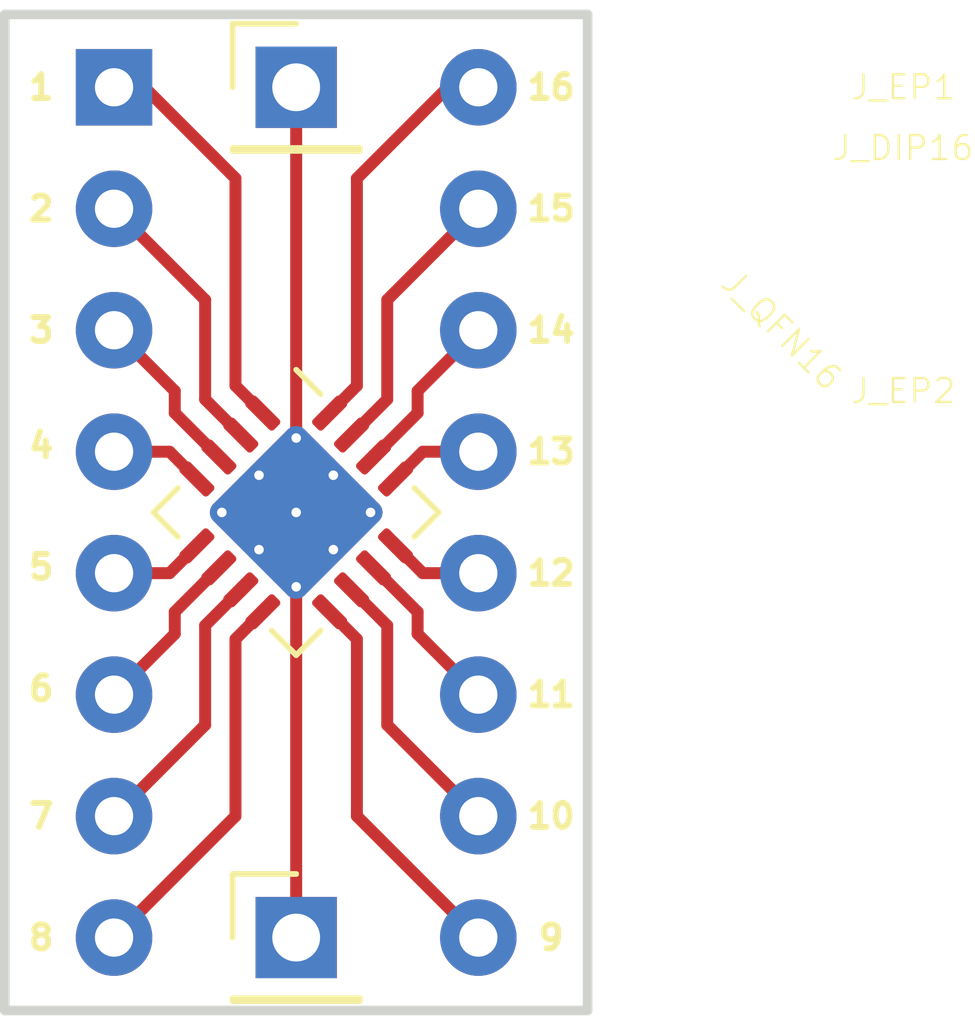
<source format=kicad_pcb>
(kicad_pcb (version 20171130) (host pcbnew "(5.0.0-3-g5ebb6b6)")

  (general
    (thickness 1.6)
    (drawings 20)
    (tracks 48)
    (zones 0)
    (modules 4)
    (nets 18)
  )

  (page A4)
  (layers
    (0 F.Cu signal)
    (31 B.Cu signal)
    (32 B.Adhes user)
    (33 F.Adhes user)
    (34 B.Paste user)
    (35 F.Paste user)
    (36 B.SilkS user)
    (37 F.SilkS user)
    (38 B.Mask user)
    (39 F.Mask user)
    (40 Dwgs.User user)
    (41 Cmts.User user)
    (42 Eco1.User user)
    (43 Eco2.User user)
    (44 Edge.Cuts user)
    (45 Margin user)
    (46 B.CrtYd user hide)
    (47 F.CrtYd user hide)
    (48 B.Fab user hide)
    (49 F.Fab user hide)
  )

  (setup
    (last_trace_width 0.5)
    (user_trace_width 0.5)
    (user_trace_width 0.75)
    (user_trace_width 1)
    (trace_clearance 0.2)
    (zone_clearance 0.508)
    (zone_45_only no)
    (trace_min 0.2)
    (segment_width 0.2)
    (edge_width 0.15)
    (via_size 0.8)
    (via_drill 0.4)
    (via_min_size 0.4)
    (via_min_drill 0.3)
    (uvia_size 0.3)
    (uvia_drill 0.1)
    (uvias_allowed no)
    (uvia_min_size 0.2)
    (uvia_min_drill 0.1)
    (pcb_text_width 0.3)
    (pcb_text_size 1.5 1.5)
    (mod_edge_width 0.15)
    (mod_text_size 0.5 0.5)
    (mod_text_width 0.05)
    (pad_size 1.524 1.524)
    (pad_drill 0.762)
    (pad_to_mask_clearance 0.2)
    (aux_axis_origin 0 0)
    (visible_elements FFFFFF7F)
    (pcbplotparams
      (layerselection 0x010fc_ffffffff)
      (usegerberextensions false)
      (usegerberattributes false)
      (usegerberadvancedattributes false)
      (creategerberjobfile false)
      (excludeedgelayer true)
      (linewidth 0.100000)
      (plotframeref false)
      (viasonmask false)
      (mode 1)
      (useauxorigin false)
      (hpglpennumber 1)
      (hpglpenspeed 20)
      (hpglpendiameter 15.000000)
      (psnegative false)
      (psa4output false)
      (plotreference true)
      (plotvalue true)
      (plotinvisibletext false)
      (padsonsilk false)
      (subtractmaskfromsilk false)
      (outputformat 1)
      (mirror false)
      (drillshape 0)
      (scaleselection 1)
      (outputdirectory "gerbers/"))
  )

  (net 0 "")
  (net 1 "Net-(J_DIP16-Pad1)")
  (net 2 "Net-(J_DIP16-Pad9)")
  (net 3 "Net-(J_DIP16-Pad2)")
  (net 4 "Net-(J_DIP16-Pad10)")
  (net 5 "Net-(J_DIP16-Pad3)")
  (net 6 "Net-(J_DIP16-Pad11)")
  (net 7 "Net-(J_DIP16-Pad4)")
  (net 8 "Net-(J_DIP16-Pad12)")
  (net 9 "Net-(J_DIP16-Pad5)")
  (net 10 "Net-(J_DIP16-Pad13)")
  (net 11 "Net-(J_DIP16-Pad6)")
  (net 12 "Net-(J_DIP16-Pad14)")
  (net 13 "Net-(J_DIP16-Pad7)")
  (net 14 "Net-(J_DIP16-Pad15)")
  (net 15 "Net-(J_DIP16-Pad8)")
  (net 16 "Net-(J_DIP16-Pad16)")
  (net 17 "Net-(J_EP1-Pad1)")

  (net_class Default "This is the default net class."
    (clearance 0.2)
    (trace_width 0.25)
    (via_dia 0.8)
    (via_drill 0.4)
    (uvia_dia 0.3)
    (uvia_drill 0.1)
    (add_net "Net-(J_DIP16-Pad1)")
    (add_net "Net-(J_DIP16-Pad10)")
    (add_net "Net-(J_DIP16-Pad11)")
    (add_net "Net-(J_DIP16-Pad12)")
    (add_net "Net-(J_DIP16-Pad13)")
    (add_net "Net-(J_DIP16-Pad14)")
    (add_net "Net-(J_DIP16-Pad15)")
    (add_net "Net-(J_DIP16-Pad16)")
    (add_net "Net-(J_DIP16-Pad2)")
    (add_net "Net-(J_DIP16-Pad3)")
    (add_net "Net-(J_DIP16-Pad4)")
    (add_net "Net-(J_DIP16-Pad5)")
    (add_net "Net-(J_DIP16-Pad6)")
    (add_net "Net-(J_DIP16-Pad7)")
    (add_net "Net-(J_DIP16-Pad8)")
    (add_net "Net-(J_DIP16-Pad9)")
    (add_net "Net-(J_EP1-Pad1)")
  )

  (module custom:DIP-16_W7.62mm_Socket (layer F.Cu) (tedit 5C8024F9) (tstamp 5C9EEB58)
    (at 134.62 55.88)
    (descr "16-lead though-hole mounted DIP package, row spacing 7.62 mm (300 mils), Socket")
    (tags "THT DIP DIL PDIP 2.54mm 7.62mm 300mil Socket")
    (path /5C8461D0)
    (fp_text reference J_DIP16 (at 16.51 1.27) (layer F.SilkS)
      (effects (font (size 0.5 0.5) (thickness 0.05)))
    )
    (fp_text value Conn_01x16 (at 17.78 8.89) (layer F.Fab)
      (effects (font (size 0.5 0.5) (thickness 0.05)))
    )
    (fp_line (start 1.635 -1.27) (end 6.985 -1.27) (layer F.Fab) (width 0.1))
    (fp_line (start 6.985 -1.27) (end 6.985 19.05) (layer F.Fab) (width 0.1))
    (fp_line (start 6.985 19.05) (end 0.635 19.05) (layer F.Fab) (width 0.1))
    (fp_line (start 0.635 19.05) (end 0.635 -0.27) (layer F.Fab) (width 0.1))
    (fp_line (start 0.635 -0.27) (end 1.635 -1.27) (layer F.Fab) (width 0.1))
    (fp_line (start -1.27 -1.33) (end -1.27 19.11) (layer F.Fab) (width 0.1))
    (fp_line (start -1.27 19.11) (end 8.89 19.11) (layer F.Fab) (width 0.1))
    (fp_line (start 8.89 19.11) (end 8.89 -1.33) (layer F.Fab) (width 0.1))
    (fp_line (start 8.89 -1.33) (end -1.27 -1.33) (layer F.Fab) (width 0.1))
    (fp_line (start -1.55 -1.6) (end -1.55 19.4) (layer F.CrtYd) (width 0.05))
    (fp_line (start -1.55 19.4) (end 9.15 19.4) (layer F.CrtYd) (width 0.05))
    (fp_line (start 9.15 19.4) (end 9.15 -1.6) (layer F.CrtYd) (width 0.05))
    (fp_line (start 9.15 -1.6) (end -1.55 -1.6) (layer F.CrtYd) (width 0.05))
    (fp_text user %R (at 3.81 8.89) (layer F.Fab)
      (effects (font (size 0.5 0.5) (thickness 0.05)))
    )
    (pad 1 thru_hole rect (at 0 0) (size 1.6 1.6) (drill 0.8) (layers *.Cu *.Mask)
      (net 1 "Net-(J_DIP16-Pad1)"))
    (pad 9 thru_hole oval (at 7.62 17.78) (size 1.6 1.6) (drill 0.8) (layers *.Cu *.Mask)
      (net 2 "Net-(J_DIP16-Pad9)"))
    (pad 2 thru_hole oval (at 0 2.54) (size 1.6 1.6) (drill 0.8) (layers *.Cu *.Mask)
      (net 3 "Net-(J_DIP16-Pad2)"))
    (pad 10 thru_hole oval (at 7.62 15.24) (size 1.6 1.6) (drill 0.8) (layers *.Cu *.Mask)
      (net 4 "Net-(J_DIP16-Pad10)"))
    (pad 3 thru_hole oval (at 0 5.08) (size 1.6 1.6) (drill 0.8) (layers *.Cu *.Mask)
      (net 5 "Net-(J_DIP16-Pad3)"))
    (pad 11 thru_hole oval (at 7.62 12.7) (size 1.6 1.6) (drill 0.8) (layers *.Cu *.Mask)
      (net 6 "Net-(J_DIP16-Pad11)"))
    (pad 4 thru_hole oval (at 0 7.62) (size 1.6 1.6) (drill 0.8) (layers *.Cu *.Mask)
      (net 7 "Net-(J_DIP16-Pad4)"))
    (pad 12 thru_hole oval (at 7.62 10.16) (size 1.6 1.6) (drill 0.8) (layers *.Cu *.Mask)
      (net 8 "Net-(J_DIP16-Pad12)"))
    (pad 5 thru_hole oval (at 0 10.16) (size 1.6 1.6) (drill 0.8) (layers *.Cu *.Mask)
      (net 9 "Net-(J_DIP16-Pad5)"))
    (pad 13 thru_hole oval (at 7.62 7.62) (size 1.6 1.6) (drill 0.8) (layers *.Cu *.Mask)
      (net 10 "Net-(J_DIP16-Pad13)"))
    (pad 6 thru_hole oval (at 0 12.7) (size 1.6 1.6) (drill 0.8) (layers *.Cu *.Mask)
      (net 11 "Net-(J_DIP16-Pad6)"))
    (pad 14 thru_hole oval (at 7.62 5.08) (size 1.6 1.6) (drill 0.8) (layers *.Cu *.Mask)
      (net 12 "Net-(J_DIP16-Pad14)"))
    (pad 7 thru_hole oval (at 0 15.24) (size 1.6 1.6) (drill 0.8) (layers *.Cu *.Mask)
      (net 13 "Net-(J_DIP16-Pad7)"))
    (pad 15 thru_hole oval (at 7.62 2.54) (size 1.6 1.6) (drill 0.8) (layers *.Cu *.Mask)
      (net 14 "Net-(J_DIP16-Pad15)"))
    (pad 8 thru_hole oval (at 0 17.78) (size 1.6 1.6) (drill 0.8) (layers *.Cu *.Mask)
      (net 15 "Net-(J_DIP16-Pad8)"))
    (pad 16 thru_hole oval (at 7.62 0) (size 1.6 1.6) (drill 0.8) (layers *.Cu *.Mask)
      (net 16 "Net-(J_DIP16-Pad16)"))
  )

  (module Connector_PinHeader_2.54mm:PinHeader_1x01_P2.54mm_Vertical (layer F.Cu) (tedit 59FED5CC) (tstamp 5C9EF1CD)
    (at 138.43 55.88)
    (descr "Through hole straight pin header, 1x01, 2.54mm pitch, single row")
    (tags "Through hole pin header THT 1x01 2.54mm single row")
    (path /5C848C61)
    (fp_text reference J_EP1 (at 12.7 0) (layer F.SilkS)
      (effects (font (size 0.5 0.5) (thickness 0.05)))
    )
    (fp_text value Conn_01x01 (at 12.7 3.81) (layer F.Fab)
      (effects (font (size 0.5 0.5) (thickness 0.05)))
    )
    (fp_line (start -0.635 -1.27) (end 1.27 -1.27) (layer F.Fab) (width 0.1))
    (fp_line (start 1.27 -1.27) (end 1.27 1.27) (layer F.Fab) (width 0.1))
    (fp_line (start 1.27 1.27) (end -1.27 1.27) (layer F.Fab) (width 0.1))
    (fp_line (start -1.27 1.27) (end -1.27 -0.635) (layer F.Fab) (width 0.1))
    (fp_line (start -1.27 -0.635) (end -0.635 -1.27) (layer F.Fab) (width 0.1))
    (fp_line (start -1.33 1.33) (end 1.33 1.33) (layer F.SilkS) (width 0.12))
    (fp_line (start -1.33 1.27) (end -1.33 1.33) (layer F.SilkS) (width 0.12))
    (fp_line (start 1.33 1.27) (end 1.33 1.33) (layer F.SilkS) (width 0.12))
    (fp_line (start -1.33 1.27) (end 1.33 1.27) (layer F.SilkS) (width 0.12))
    (fp_line (start -1.33 0) (end -1.33 -1.33) (layer F.SilkS) (width 0.12))
    (fp_line (start -1.33 -1.33) (end 0 -1.33) (layer F.SilkS) (width 0.12))
    (fp_line (start -1.8 -1.8) (end -1.8 1.8) (layer F.CrtYd) (width 0.05))
    (fp_line (start -1.8 1.8) (end 1.8 1.8) (layer F.CrtYd) (width 0.05))
    (fp_line (start 1.8 1.8) (end 1.8 -1.8) (layer F.CrtYd) (width 0.05))
    (fp_line (start 1.8 -1.8) (end -1.8 -1.8) (layer F.CrtYd) (width 0.05))
    (fp_text user %R (at 0 0 90) (layer F.Fab)
      (effects (font (size 0.5 0.5) (thickness 0.05)))
    )
    (pad 1 thru_hole rect (at 0 0) (size 1.7 1.7) (drill 1) (layers *.Cu *.Mask)
      (net 17 "Net-(J_EP1-Pad1)"))
    (model ${KISYS3DMOD}/Connector_PinHeader_2.54mm.3dshapes/PinHeader_1x01_P2.54mm_Vertical.wrl
      (at (xyz 0 0 0))
      (scale (xyz 1 1 1))
      (rotate (xyz 0 0 0))
    )
  )

  (module Connector_PinHeader_2.54mm:PinHeader_1x01_P2.54mm_Vertical (layer F.Cu) (tedit 59FED5CC) (tstamp 5C9EEB82)
    (at 138.43 73.66)
    (descr "Through hole straight pin header, 1x01, 2.54mm pitch, single row")
    (tags "Through hole pin header THT 1x01 2.54mm single row")
    (path /5C848D15)
    (fp_text reference J_EP2 (at 12.7 -11.43) (layer F.SilkS)
      (effects (font (size 0.5 0.5) (thickness 0.05)))
    )
    (fp_text value Conn_01x01 (at 13.97 -10.16) (layer F.Fab)
      (effects (font (size 0.5 0.5) (thickness 0.05)))
    )
    (fp_text user %R (at 0 0 90) (layer F.Fab)
      (effects (font (size 0.5 0.5) (thickness 0.05)))
    )
    (fp_line (start 1.8 -1.8) (end -1.8 -1.8) (layer F.CrtYd) (width 0.05))
    (fp_line (start 1.8 1.8) (end 1.8 -1.8) (layer F.CrtYd) (width 0.05))
    (fp_line (start -1.8 1.8) (end 1.8 1.8) (layer F.CrtYd) (width 0.05))
    (fp_line (start -1.8 -1.8) (end -1.8 1.8) (layer F.CrtYd) (width 0.05))
    (fp_line (start -1.33 -1.33) (end 0 -1.33) (layer F.SilkS) (width 0.12))
    (fp_line (start -1.33 0) (end -1.33 -1.33) (layer F.SilkS) (width 0.12))
    (fp_line (start -1.33 1.27) (end 1.33 1.27) (layer F.SilkS) (width 0.12))
    (fp_line (start 1.33 1.27) (end 1.33 1.33) (layer F.SilkS) (width 0.12))
    (fp_line (start -1.33 1.27) (end -1.33 1.33) (layer F.SilkS) (width 0.12))
    (fp_line (start -1.33 1.33) (end 1.33 1.33) (layer F.SilkS) (width 0.12))
    (fp_line (start -1.27 -0.635) (end -0.635 -1.27) (layer F.Fab) (width 0.1))
    (fp_line (start -1.27 1.27) (end -1.27 -0.635) (layer F.Fab) (width 0.1))
    (fp_line (start 1.27 1.27) (end -1.27 1.27) (layer F.Fab) (width 0.1))
    (fp_line (start 1.27 -1.27) (end 1.27 1.27) (layer F.Fab) (width 0.1))
    (fp_line (start -0.635 -1.27) (end 1.27 -1.27) (layer F.Fab) (width 0.1))
    (pad 1 thru_hole rect (at 0 0) (size 1.7 1.7) (drill 1) (layers *.Cu *.Mask)
      (net 17 "Net-(J_EP1-Pad1)"))
    (model ${KISYS3DMOD}/Connector_PinHeader_2.54mm.3dshapes/PinHeader_1x01_P2.54mm_Vertical.wrl
      (at (xyz 0 0 0))
      (scale (xyz 1 1 1))
      (rotate (xyz 0 0 0))
    )
  )

  (module Package_DFN_QFN:QFN-16-1EP_4x4mm_P0.65mm_EP2.7x2.7mm_ThermalVias (layer F.Cu) (tedit 5B32DAA0) (tstamp 5C9EF8F4)
    (at 138.43 64.77 315)
    (descr "QFN, 16 Pin (https://www.allegromicro.com/~/media/Files/Datasheets/A4403-Datasheet.ashx), generated with kicad-footprint-generator ipc_dfn_qfn_generator.py")
    (tags "QFN DFN_QFN")
    (path /5C847F21)
    (attr smd)
    (fp_text reference J_QFN16 (at 4.490128 -9.878282 315) (layer F.SilkS)
      (effects (font (size 0.5 0.5) (thickness 0.05)))
    )
    (fp_text value Conn_01x17 (at 6.286179 -8.082231 315) (layer F.Fab)
      (effects (font (size 0.5 0.5) (thickness 0.05)))
    )
    (fp_line (start 1.385 -2.11) (end 2.11 -2.11) (layer F.SilkS) (width 0.12))
    (fp_line (start 2.11 -2.11) (end 2.11 -1.385) (layer F.SilkS) (width 0.12))
    (fp_line (start -1.385 2.11) (end -2.11 2.11) (layer F.SilkS) (width 0.12))
    (fp_line (start -2.11 2.11) (end -2.11 1.385) (layer F.SilkS) (width 0.12))
    (fp_line (start 1.385 2.11) (end 2.11 2.11) (layer F.SilkS) (width 0.12))
    (fp_line (start 2.11 2.11) (end 2.11 1.385) (layer F.SilkS) (width 0.12))
    (fp_line (start -1.385 -2.11) (end -2.11 -2.11) (layer F.SilkS) (width 0.12))
    (fp_line (start -1 -2) (end 2 -2) (layer F.Fab) (width 0.1))
    (fp_line (start 2 -2) (end 2 2) (layer F.Fab) (width 0.1))
    (fp_line (start 2 2) (end -2 2) (layer F.Fab) (width 0.1))
    (fp_line (start -2 2) (end -2 -1) (layer F.Fab) (width 0.1))
    (fp_line (start -2 -1) (end -1 -2) (layer F.Fab) (width 0.1))
    (fp_line (start -2.62 -2.62) (end -2.62 2.62) (layer F.CrtYd) (width 0.05))
    (fp_line (start -2.62 2.62) (end 2.62 2.62) (layer F.CrtYd) (width 0.05))
    (fp_line (start 2.62 2.62) (end 2.62 -2.62) (layer F.CrtYd) (width 0.05))
    (fp_line (start 2.62 -2.62) (end -2.62 -2.62) (layer F.CrtYd) (width 0.05))
    (fp_text user %R (at 0 0 315) (layer F.Fab)
      (effects (font (size 0.5 0.5) (thickness 0.05)))
    )
    (pad 17 smd roundrect (at 0 0 315) (size 2.7 2.7) (layers F.Cu F.Mask) (roundrect_rratio 0.09259299999999999)
      (net 17 "Net-(J_EP1-Pad1)"))
    (pad 17 thru_hole circle (at -1.1 -1.1 315) (size 0.5 0.5) (drill 0.2) (layers *.Cu)
      (net 17 "Net-(J_EP1-Pad1)"))
    (pad 17 thru_hole circle (at 0 -1.1 315) (size 0.5 0.5) (drill 0.2) (layers *.Cu)
      (net 17 "Net-(J_EP1-Pad1)"))
    (pad 17 thru_hole circle (at 1.1 -1.1 315) (size 0.5 0.5) (drill 0.2) (layers *.Cu)
      (net 17 "Net-(J_EP1-Pad1)"))
    (pad 17 thru_hole circle (at -1.1 0 315) (size 0.5 0.5) (drill 0.2) (layers *.Cu)
      (net 17 "Net-(J_EP1-Pad1)"))
    (pad 17 thru_hole circle (at 0 0 315) (size 0.5 0.5) (drill 0.2) (layers *.Cu)
      (net 17 "Net-(J_EP1-Pad1)"))
    (pad 17 thru_hole circle (at 1.1 0 315) (size 0.5 0.5) (drill 0.2) (layers *.Cu)
      (net 17 "Net-(J_EP1-Pad1)"))
    (pad 17 thru_hole circle (at -1.1 1.1 315) (size 0.5 0.5) (drill 0.2) (layers *.Cu)
      (net 17 "Net-(J_EP1-Pad1)"))
    (pad 17 thru_hole circle (at 0 1.1 315) (size 0.5 0.5) (drill 0.2) (layers *.Cu)
      (net 17 "Net-(J_EP1-Pad1)"))
    (pad 17 thru_hole circle (at 1.1 1.1 315) (size 0.5 0.5) (drill 0.2) (layers *.Cu)
      (net 17 "Net-(J_EP1-Pad1)"))
    (pad 17 smd roundrect (at 0 0 315) (size 2.7 2.7) (layers B.Cu) (roundrect_rratio 0.09259299999999999)
      (net 17 "Net-(J_EP1-Pad1)"))
    (pad "" smd roundrect (at -0.675 -0.675 315) (size 1.17 1.17) (layers F.Paste) (roundrect_rratio 0.213675))
    (pad "" smd roundrect (at -0.675 0.675 315) (size 1.17 1.17) (layers F.Paste) (roundrect_rratio 0.213675))
    (pad "" smd roundrect (at 0.675 -0.675 315) (size 1.17 1.17) (layers F.Paste) (roundrect_rratio 0.213675))
    (pad "" smd roundrect (at 0.675 0.675 315) (size 1.17 1.17) (layers F.Paste) (roundrect_rratio 0.213675))
    (pad 1 smd roundrect (at -1.9625 -0.975 315) (size 0.825 0.3) (layers F.Cu F.Paste F.Mask) (roundrect_rratio 0.25)
      (net 1 "Net-(J_DIP16-Pad1)"))
    (pad 2 smd roundrect (at -1.9625 -0.325 315) (size 0.825 0.3) (layers F.Cu F.Paste F.Mask) (roundrect_rratio 0.25)
      (net 3 "Net-(J_DIP16-Pad2)"))
    (pad 3 smd roundrect (at -1.9625 0.325 315) (size 0.825 0.3) (layers F.Cu F.Paste F.Mask) (roundrect_rratio 0.25)
      (net 5 "Net-(J_DIP16-Pad3)"))
    (pad 4 smd roundrect (at -1.9625 0.975 315) (size 0.825 0.3) (layers F.Cu F.Paste F.Mask) (roundrect_rratio 0.25)
      (net 7 "Net-(J_DIP16-Pad4)"))
    (pad 5 smd roundrect (at -0.975 1.9625 315) (size 0.3 0.825) (layers F.Cu F.Paste F.Mask) (roundrect_rratio 0.25)
      (net 9 "Net-(J_DIP16-Pad5)"))
    (pad 6 smd roundrect (at -0.325 1.9625 315) (size 0.3 0.825) (layers F.Cu F.Paste F.Mask) (roundrect_rratio 0.25)
      (net 11 "Net-(J_DIP16-Pad6)"))
    (pad 7 smd roundrect (at 0.325 1.9625 315) (size 0.3 0.825) (layers F.Cu F.Paste F.Mask) (roundrect_rratio 0.25)
      (net 13 "Net-(J_DIP16-Pad7)"))
    (pad 8 smd roundrect (at 0.975 1.9625 315) (size 0.3 0.825) (layers F.Cu F.Paste F.Mask) (roundrect_rratio 0.25)
      (net 15 "Net-(J_DIP16-Pad8)"))
    (pad 9 smd roundrect (at 1.9625 0.975 315) (size 0.825 0.3) (layers F.Cu F.Paste F.Mask) (roundrect_rratio 0.25)
      (net 2 "Net-(J_DIP16-Pad9)"))
    (pad 10 smd roundrect (at 1.9625 0.325 315) (size 0.825 0.3) (layers F.Cu F.Paste F.Mask) (roundrect_rratio 0.25)
      (net 4 "Net-(J_DIP16-Pad10)"))
    (pad 11 smd roundrect (at 1.9625 -0.325 315) (size 0.825 0.3) (layers F.Cu F.Paste F.Mask) (roundrect_rratio 0.25)
      (net 6 "Net-(J_DIP16-Pad11)"))
    (pad 12 smd roundrect (at 1.9625 -0.975 315) (size 0.825 0.3) (layers F.Cu F.Paste F.Mask) (roundrect_rratio 0.25)
      (net 8 "Net-(J_DIP16-Pad12)"))
    (pad 13 smd roundrect (at 0.975 -1.9625 315) (size 0.3 0.825) (layers F.Cu F.Paste F.Mask) (roundrect_rratio 0.25)
      (net 10 "Net-(J_DIP16-Pad13)"))
    (pad 14 smd roundrect (at 0.325 -1.9625 315) (size 0.3 0.825) (layers F.Cu F.Paste F.Mask) (roundrect_rratio 0.25)
      (net 12 "Net-(J_DIP16-Pad14)"))
    (pad 15 smd roundrect (at -0.325 -1.9625 315) (size 0.3 0.825) (layers F.Cu F.Paste F.Mask) (roundrect_rratio 0.25)
      (net 14 "Net-(J_DIP16-Pad15)"))
    (pad 16 smd roundrect (at -0.975 -1.9625 315) (size 0.3 0.825) (layers F.Cu F.Paste F.Mask) (roundrect_rratio 0.25)
      (net 16 "Net-(J_DIP16-Pad16)"))
    (model ${KISYS3DMOD}/Package_DFN_QFN.3dshapes/QFN-16-1EP_4x4mm_P0.65mm_EP2.7x2.7mm.wrl
      (at (xyz 0 0 0))
      (scale (xyz 1 1 1))
      (rotate (xyz 0 0 0))
    )
  )

  (gr_text 16 (at 143.764 55.88) (layer F.SilkS) (tstamp 5C9F0AE5)
    (effects (font (size 0.5 0.5) (thickness 0.125)))
  )
  (gr_text 15 (at 143.764 58.42) (layer F.SilkS) (tstamp 5C9F0AE1)
    (effects (font (size 0.5 0.5) (thickness 0.125)))
  )
  (gr_text 14 (at 143.764 60.96) (layer F.SilkS) (tstamp 5C9F0ADD)
    (effects (font (size 0.5 0.5) (thickness 0.125)))
  )
  (gr_text 13 (at 143.764 63.5) (layer F.SilkS) (tstamp 5C9F0AD9)
    (effects (font (size 0.5 0.5) (thickness 0.125)))
  )
  (gr_text 12 (at 143.764 66.04) (layer F.SilkS) (tstamp 5C9F0A77)
    (effects (font (size 0.5 0.5) (thickness 0.125)))
  )
  (gr_text 11 (at 143.764 68.58) (layer F.SilkS) (tstamp 5C9F0A73)
    (effects (font (size 0.5 0.5) (thickness 0.125)))
  )
  (gr_text 10 (at 143.764 71.12) (layer F.SilkS) (tstamp 5C9F0A6F)
    (effects (font (size 0.5 0.5) (thickness 0.125)))
  )
  (gr_text 9 (at 143.764 73.66) (layer F.SilkS) (tstamp 5C9F0A6B)
    (effects (font (size 0.5 0.5) (thickness 0.125)))
  )
  (gr_text 8 (at 133.096 73.66) (layer F.SilkS) (tstamp 5C9F0A67)
    (effects (font (size 0.5 0.5) (thickness 0.125)))
  )
  (gr_text 7 (at 133.096 71.12) (layer F.SilkS) (tstamp 5C9F0A63)
    (effects (font (size 0.5 0.5) (thickness 0.125)))
  )
  (gr_text 6 (at 133.096 68.453) (layer F.SilkS) (tstamp 5C9F0A5E)
    (effects (font (size 0.5 0.5) (thickness 0.125)))
  )
  (gr_text 5 (at 133.096 65.913) (layer F.SilkS) (tstamp 5C9F0A5A)
    (effects (font (size 0.5 0.5) (thickness 0.125)))
  )
  (gr_text 4 (at 133.096 63.373) (layer F.SilkS) (tstamp 5C9F0A56)
    (effects (font (size 0.5 0.5) (thickness 0.125)))
  )
  (gr_text 3 (at 133.096 60.96) (layer F.SilkS) (tstamp 5C9F0A52)
    (effects (font (size 0.5 0.5) (thickness 0.125)))
  )
  (gr_text 2 (at 133.096 58.42) (layer F.SilkS) (tstamp 5C9F0A4E)
    (effects (font (size 0.5 0.5) (thickness 0.125)))
  )
  (gr_text 1 (at 133.096 55.88) (layer F.SilkS)
    (effects (font (size 0.5 0.5) (thickness 0.125)))
  )
  (gr_line (start 132.334 75.184) (end 132.334 54.356) (layer Edge.Cuts) (width 0.2))
  (gr_line (start 144.526 75.184) (end 132.334 75.184) (layer Edge.Cuts) (width 0.2))
  (gr_line (start 144.526 54.356) (end 144.526 75.184) (layer Edge.Cuts) (width 0.2))
  (gr_line (start 132.334 54.356) (end 144.526 54.356) (layer Edge.Cuts) (width 0.2))

  (segment (start 137.16 57.785) (end 135.255 55.88) (width 0.25) (layer F.Cu) (net 1))
  (segment (start 137.16 62.121141) (end 137.16 57.785) (width 0.25) (layer F.Cu) (net 1))
  (segment (start 135.255 55.88) (end 134.62 55.88) (width 0.25) (layer F.Cu) (net 1))
  (segment (start 137.705216 62.666357) (end 137.16 62.121141) (width 0.25) (layer F.Cu) (net 1))
  (segment (start 139.7 67.418859) (end 139.7 71.12) (width 0.25) (layer F.Cu) (net 2))
  (segment (start 139.7 71.12) (end 142.24 73.66) (width 0.25) (layer F.Cu) (net 2))
  (segment (start 139.154784 66.873643) (end 139.7 67.418859) (width 0.25) (layer F.Cu) (net 2))
  (segment (start 137.245596 63.125977) (end 136.525 62.405381) (width 0.25) (layer F.Cu) (net 3))
  (segment (start 136.525 60.325) (end 134.62 58.42) (width 0.25) (layer F.Cu) (net 3))
  (segment (start 136.525 62.405381) (end 136.525 60.325) (width 0.25) (layer F.Cu) (net 3))
  (segment (start 139.614404 66.414023) (end 140.335 67.134619) (width 0.25) (layer F.Cu) (net 4))
  (segment (start 140.335 69.215) (end 142.24 71.12) (width 0.25) (layer F.Cu) (net 4))
  (segment (start 140.335 67.134619) (end 140.335 69.215) (width 0.25) (layer F.Cu) (net 4))
  (segment (start 136.785977 63.585596) (end 135.89 62.689619) (width 0.25) (layer F.Cu) (net 5))
  (segment (start 135.89 62.23) (end 134.62 60.96) (width 0.25) (layer F.Cu) (net 5))
  (segment (start 135.89 62.689619) (end 135.89 62.23) (width 0.25) (layer F.Cu) (net 5))
  (segment (start 140.97 66.850381) (end 140.074023 65.954404) (width 0.25) (layer F.Cu) (net 6))
  (segment (start 140.97 67.31) (end 140.97 66.850381) (width 0.25) (layer F.Cu) (net 6))
  (segment (start 142.24 68.58) (end 140.97 67.31) (width 0.25) (layer F.Cu) (net 6))
  (segment (start 135.781141 63.5) (end 136.326357 64.045216) (width 0.25) (layer F.Cu) (net 7))
  (segment (start 134.62 63.5) (end 135.781141 63.5) (width 0.25) (layer F.Cu) (net 7))
  (segment (start 141.078859 66.04) (end 140.533643 65.494784) (width 0.25) (layer F.Cu) (net 8))
  (segment (start 142.24 66.04) (end 141.078859 66.04) (width 0.25) (layer F.Cu) (net 8))
  (segment (start 135.781141 66.04) (end 136.326357 65.494784) (width 0.25) (layer F.Cu) (net 9))
  (segment (start 134.62 66.04) (end 135.781141 66.04) (width 0.25) (layer F.Cu) (net 9))
  (segment (start 141.078859 63.5) (end 140.533643 64.045216) (width 0.25) (layer F.Cu) (net 10))
  (segment (start 142.24 63.5) (end 141.078859 63.5) (width 0.25) (layer F.Cu) (net 10))
  (segment (start 135.89 66.850381) (end 136.785977 65.954404) (width 0.25) (layer F.Cu) (net 11))
  (segment (start 135.89 67.31) (end 135.89 66.850381) (width 0.25) (layer F.Cu) (net 11))
  (segment (start 134.62 68.58) (end 135.89 67.31) (width 0.25) (layer F.Cu) (net 11))
  (segment (start 140.074023 63.585596) (end 140.97 62.689619) (width 0.25) (layer F.Cu) (net 12))
  (segment (start 140.97 62.23) (end 142.24 60.96) (width 0.25) (layer F.Cu) (net 12))
  (segment (start 140.97 62.689619) (end 140.97 62.23) (width 0.25) (layer F.Cu) (net 12))
  (segment (start 134.62 71.12) (end 136.525 69.215) (width 0.25) (layer F.Cu) (net 13))
  (segment (start 136.525 67.13462) (end 137.272113 66.387507) (width 0.25) (layer F.Cu) (net 13))
  (segment (start 136.525 69.215) (end 136.525 67.13462) (width 0.25) (layer F.Cu) (net 13))
  (segment (start 139.614404 63.125977) (end 140.335 62.405381) (width 0.25) (layer F.Cu) (net 14))
  (segment (start 140.335 60.325) (end 142.24 58.42) (width 0.25) (layer F.Cu) (net 14))
  (segment (start 140.335 62.405381) (end 140.335 60.325) (width 0.25) (layer F.Cu) (net 14))
  (segment (start 137.16 71.12) (end 134.62 73.66) (width 0.25) (layer F.Cu) (net 15))
  (segment (start 137.16 67.418859) (end 137.16 71.12) (width 0.25) (layer F.Cu) (net 15))
  (segment (start 137.705216 66.873643) (end 137.16 67.418859) (width 0.25) (layer F.Cu) (net 15))
  (segment (start 141.605 55.88) (end 142.24 55.88) (width 0.25) (layer F.Cu) (net 16))
  (segment (start 139.7 62.121141) (end 139.7 57.785) (width 0.25) (layer F.Cu) (net 16))
  (segment (start 139.7 57.785) (end 141.605 55.88) (width 0.25) (layer F.Cu) (net 16))
  (segment (start 139.154784 62.666357) (end 139.7 62.121141) (width 0.25) (layer F.Cu) (net 16))
  (segment (start 138.43 63.214365) (end 138.43 55.88) (width 0.25) (layer F.Cu) (net 17))
  (segment (start 138.43 66.325635) (end 138.43 73.66) (width 0.25) (layer F.Cu) (net 17))

  (zone (net 0) (net_name "") (layer B.Mask) (tstamp 0) (hatch edge 0.508)
    (connect_pads (clearance 0.508))
    (min_thickness 0.254)
    (fill yes (arc_segments 16) (thermal_gap 0.508) (thermal_bridge_width 0.508))
    (polygon
      (pts
        (xy 136.525 64.77) (xy 138.43 62.865) (xy 140.335 64.77) (xy 138.43 66.675)
      )
    )
    (filled_polygon
      (pts
        (xy 140.155394 64.77) (xy 138.43 66.495394) (xy 136.704606 64.77) (xy 138.43 63.044606)
      )
    )
  )
)

</source>
